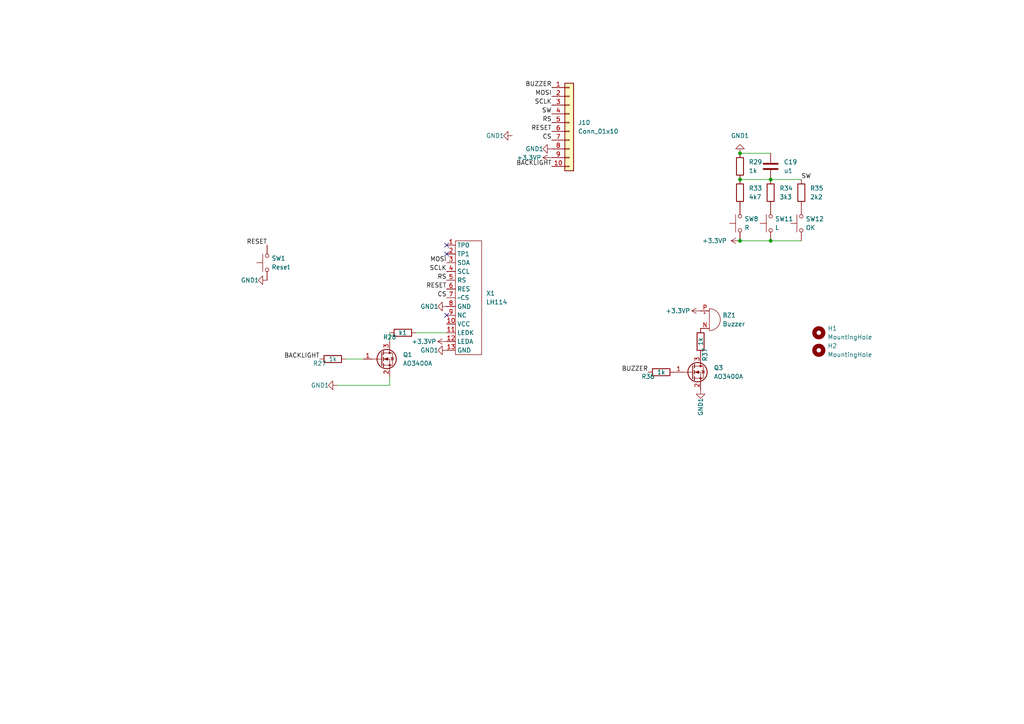
<source format=kicad_sch>
(kicad_sch (version 20211123) (generator eeschema)
  (paper "A4")
  (lib_symbols
    (symbol "Connector_Generic:Conn_01x10" (pin_names (offset 1.016) hide)
      (property "Reference" "J" (at 0 12.7 0))
      (property "Value" "Conn_01x10" (at 0 -15.24 0))
      (symbol "Conn_01x10_1_1"
        (rectangle (start -1.27 -12.573) (end 0 -12.827) (stroke (width 0.1524)))
        (rectangle (start -1.27 -10.033) (end 0 -10.287) (stroke (width 0.1524)))
        (rectangle (start -1.27 -7.493) (end 0 -7.747) (stroke (width 0.1524)))
        (rectangle (start -1.27 -4.953) (end 0 -5.207) (stroke (width 0.1524)))
        (rectangle (start -1.27 -2.413) (end 0 -2.667) (stroke (width 0.1524)))
        (rectangle (start -1.27 0.127) (end 0 -0.127) (stroke (width 0.1524)))
        (rectangle (start -1.27 2.667) (end 0 2.413) (stroke (width 0.1524)))
        (rectangle (start -1.27 5.207) (end 0 4.953) (stroke (width 0.1524)))
        (rectangle (start -1.27 7.747) (end 0 7.493) (stroke (width 0.1524)))
        (rectangle (start -1.27 10.287) (end 0 10.033) (stroke (width 0.1524)))
        (rectangle (start -1.27 11.43) (end 1.27 -13.97) (stroke (width 0.254)) (fill (type background)))
        (pin passive line (at -5.08 10.16 0) (length 3.81) (name "Pin_1") (number "1"))
        (pin passive line (at -5.08 -12.7 0) (length 3.81) (name "Pin_10") (number "10"))
        (pin passive line (at -5.08 7.62 0) (length 3.81) (name "Pin_2") (number "2"))
        (pin passive line (at -5.08 5.08 0) (length 3.81) (name "Pin_3") (number "3"))
        (pin passive line (at -5.08 2.54 0) (length 3.81) (name "Pin_4") (number "4"))
        (pin passive line (at -5.08 0 0) (length 3.81) (name "Pin_5") (number "5"))
        (pin passive line (at -5.08 -2.54 0) (length 3.81) (name "Pin_6") (number "6"))
        (pin passive line (at -5.08 -5.08 0) (length 3.81) (name "Pin_7") (number "7"))
        (pin passive line (at -5.08 -7.62 0) (length 3.81) (name "Pin_8") (number "8"))
        (pin passive line (at -5.08 -10.16 0) (length 3.81) (name "Pin_9") (number "9"))
      )
    )
    (symbol "Device:Buzzer" (pin_names (offset 0.0254) hide)
      (property "Reference" "BZ?" (at 3.81 1.2701 0))
      (property "Value" "Buzzer" (at 3.81 -1.2699 0))
      (symbol "Buzzer_0_1"
        (arc (start 0 -3.175) (mid 3.175 0) (end 0 3.175))
        (polyline (pts (xy -1.651 1.905) (xy -1.143 1.905)))
        (polyline (pts (xy -1.397 2.159) (xy -1.397 1.651)))
        (polyline (pts (xy 0 3.175) (xy 0 -3.175)))
      )
      (symbol "Buzzer_1_1"
        (pin passive line (at -2.54 -2.54 0) (length 2.54) (name "+") (number "N"))
        (pin passive line (at -2.54 2.54 0) (length 2.54) (name "-") (number "P"))
      )
    )
    (symbol "Device:C" (pin_numbers hide) (pin_names (offset 0.254))
      (property "Reference" "C" (at 0.635 2.54 0))
      (property "Value" "C" (at 0.635 -2.54 0))
      (symbol "C_0_1"
        (polyline (pts (xy -2.032 -0.762) (xy 2.032 -0.762)) (stroke (width 0.508)))
        (polyline (pts (xy -2.032 0.762) (xy 2.032 0.762)) (stroke (width 0.508)))
      )
      (symbol "C_1_1"
        (pin passive line (at 0 3.81 270) (length 2.794) (name "~") (number "1"))
        (pin passive line (at 0 -3.81 90) (length 2.794) (name "~") (number "2"))
      )
    )
    (symbol "Device:R" (pin_numbers hide) (pin_names (offset 0))
      (property "Reference" "R" (at 2.032 0 90))
      (property "Value" "R" (at 0 0 90))
      (symbol "R_0_1"
        (rectangle (start -1.016 -2.54) (end 1.016 2.54) (stroke (width 0.254)))
      )
      (symbol "R_1_1"
        (pin passive line (at 0 3.81 270) (length 1.27) (name "~") (number "1"))
        (pin passive line (at 0 -3.81 90) (length 1.27) (name "~") (number "2"))
      )
    )
    (symbol "Mechanical:MountingHole" (pin_names (offset 1.016))
      (property "Reference" "H" (at 0 5.08 0))
      (property "Value" "MountingHole" (at 0 3.175 0))
      (symbol "MountingHole_0_1"
        (circle (center 0 0) (radius 1.27) (stroke (width 1.27)))
      )
    )
    (symbol "Switch:SW_Push" (pin_numbers hide) (pin_names (offset 1.016) hide)
      (property "Reference" "SW" (at 1.27 2.54 0))
      (property "Value" "SW_Push" (at 0 -1.524 0))
      (symbol "SW_Push_0_1"
        (circle (center -2.032 0) (radius 0.508))
        (polyline (pts (xy 0 1.27) (xy 0 3.048)))
        (polyline (pts (xy 2.54 1.27) (xy -2.54 1.27)))
        (circle (center 2.032 0) (radius 0.508))
        (pin passive line (at -5.08 0 0) (length 2.54) (name "1") (number "1"))
        (pin passive line (at 5.08 0 180) (length 2.54) (name "2") (number "2"))
      )
    )
    (symbol "Transistor_FET:AO3400A" (pin_names hide)
      (property "Reference" "Q" (at 5.08 1.905 0))
      (property "Value" "AO3400A" (at 5.08 0 0))
      (symbol "AO3400A_0_1"
        (polyline (pts (xy 0.254 0) (xy -2.54 0)))
        (polyline (pts (xy 0.254 1.905) (xy 0.254 -1.905)) (stroke (width 0.254)))
        (polyline (pts (xy 0.762 -1.27) (xy 0.762 -2.286)) (stroke (width 0.254)))
        (polyline (pts (xy 0.762 0.508) (xy 0.762 -0.508)) (stroke (width 0.254)))
        (polyline (pts (xy 0.762 2.286) (xy 0.762 1.27)) (stroke (width 0.254)))
        (polyline (pts (xy 2.54 2.54) (xy 2.54 1.778)))
        (polyline (pts (xy 2.54 -2.54) (xy 2.54 0) (xy 0.762 0)))
        (polyline (pts (xy 0.762 -1.778) (xy 3.302 -1.778) (xy 3.302 1.778) (xy 0.762 1.778)))
        (polyline (pts (xy 1.016 0) (xy 2.032 0.381) (xy 2.032 -0.381) (xy 1.016 0)) (fill (type outline)))
        (polyline (pts (xy 2.794 0.508) (xy 2.921 0.381) (xy 3.683 0.381) (xy 3.81 0.254)))
        (polyline (pts (xy 3.302 0.381) (xy 2.921 -0.254) (xy 3.683 -0.254) (xy 3.302 0.381)))
        (circle (center 1.651 0) (radius 2.794) (stroke (width 0.254)))
        (circle (center 2.54 -1.778) (radius 0.254) (fill (type outline)))
        (circle (center 2.54 1.778) (radius 0.254) (fill (type outline)))
      )
      (symbol "AO3400A_1_1"
        (pin input line (at -5.08 0 0) (length 2.54) (name "G") (number "1"))
        (pin passive line (at 2.54 -5.08 90) (length 2.54) (name "S") (number "2"))
        (pin passive line (at 2.54 5.08 270) (length 2.54) (name "D") (number "3"))
      )
    )
    (symbol "liebler_OPTO:FP096H01B"
      (property "Reference" "X" (at -1.27 20.32 0))
      (property "Value" "FP096H01B" (at -1.27 17.78 0))
      (symbol "FP096H01B_0_1"
        (rectangle (start -3.81 16.51) (end 3.81 -16.51))
      )
      (symbol "FP096H01B_1_1"
        (pin input line (at -6.35 15.24 0) (length 2.54) (name "TP0") (number "1"))
        (pin power_in line (at -6.35 -7.62 0) (length 2.54) (name "VCC") (number "10"))
        (pin power_in line (at -6.35 -10.16 0) (length 2.54) (name "LEDK") (number "11"))
        (pin power_in line (at -6.35 -12.7 0) (length 2.54) (name "LEDA") (number "12"))
        (pin power_in line (at -6.35 -15.24 0) (length 2.54) (name "GND") (number "13"))
        (pin input line (at -6.35 12.7 0) (length 2.54) (name "TP1") (number "2"))
        (pin input line (at -6.35 10.16 0) (length 2.54) (name "SDA") (number "3"))
        (pin input line (at -6.35 7.62 0) (length 2.54) (name "SCL") (number "4"))
        (pin input line (at -6.35 5.08 0) (length 2.54) (name "RS") (number "5"))
        (pin input line (at -6.35 2.54 0) (length 2.54) (name "RES") (number "6"))
        (pin input line (at -6.35 0 0) (length 2.54) (name "~CS") (number "7"))
        (pin power_in line (at -6.35 -2.54 0) (length 2.54) (name "GND") (number "8"))
        (pin free line (at -6.35 -5.08 0) (length 2.54) (name "NC") (number "9"))
      )
    )
    (symbol "power:+3.3VP" (power) (pin_names (offset 0))
      (property "Value" "+3.3VP" (at 0 2.54 0))
      (symbol "+3.3VP_0_0"
        (pin power_in line (at 0 0 90) (length 0) hide (name "+3.3VP") (number "1"))
      )
      (symbol "+3.3VP_0_1"
        (polyline (pts (xy -0.762 1.27) (xy 0 2.54)))
        (polyline (pts (xy 0 0) (xy 0 2.54)))
        (polyline (pts (xy 0 2.54) (xy 0.762 1.27)))
      )
    )
    (symbol "power:GND1" (power) (pin_names (offset 0))
      (property "Value" "GND1" (at 0 -3.81 0))
      (symbol "GND1_0_1"
        (polyline (pts (xy 0 0) (xy 0 -1.27) (xy 1.27 -1.27) (xy 0 -2.54) (xy -1.27 -1.27) (xy 0 -1.27)))
      )
      (symbol "GND1_1_1"
        (pin power_in line (at 0 0 270) (length 0) hide (name "GND1") (number "1"))
      )
    )
  )
  (junction (at 214.63 44.45))
  (junction (at 223.52 69.85))
  (junction (at 214.63 69.85))
  (junction (at 214.63 52.07))
  (junction (at 223.52 52.07))
  (no_connect (at 129.54 91.44))
  (no_connect (at 129.54 71.12))
  (no_connect (at 129.54 73.66))
  (wire (pts (xy 97.79 111.76) (xy 113.03 111.76)))
  (wire (pts (xy 100.33 104.14) (xy 105.41 104.14)))
  (wire (pts (xy 223.52 69.85) (xy 232.41 69.85)))
  (wire (pts (xy 214.63 69.85) (xy 223.52 69.85)))
  (wire (pts (xy 113.03 109.22) (xy 113.03 111.76)))
  (wire (pts (xy 214.63 52.07) (xy 223.52 52.07)))
  (wire (pts (xy 113.03 99.06) (xy 113.03 96.52)))
  (wire (pts (xy 120.65 96.52) (xy 129.54 96.52)))
  (wire (pts (xy 223.52 52.07) (xy 232.41 52.07)))
  (wire (pts (xy 214.63 44.45) (xy 223.52 44.45)))
  (label "MOSI" (at 129.54 76.2 180))
  (label "RS" (at 129.54 81.28 180))
  (label "SW" (at 160.02 33.02 180))
  (label "BUZZER" (at 187.96 107.95 180))
  (label "BACKLIGHT" (at 92.71 104.14 180))
  (label "SCLK" (at 160.02 30.48 180))
  (label "MOSI" (at 160.02 27.94 180))
  (label "RESET" (at 160.02 38.1 180))
  (label "BACKLIGHT" (at 160.02 48.26 180))
  (label "RESET" (at 129.54 83.82 180))
  (label "SCLK" (at 129.54 78.74 180))
  (label "SW" (at 232.41 52.07 0))
  (label "CS" (at 129.54 86.36 180))
  (label "RS" (at 160.02 35.56 180))
  (label "CS" (at 160.02 40.64 180))
  (label "RESET" (at 77.47 71.12 180))
  (label "BUZZER" (at 160.02 25.4 180))
  (symbol (lib_id "power:GND1") (at 160.02 43.18 270) (unit 1)
    (property "Reference" "#PWR0120" (effects hide))
    (property "Value" "GND1" (at 152.4 43.18 90) (effects (justify left)))
  )
  (symbol (lib_id "liebler_OPTO:FP096H01B") (at 135.89 86.36 0) (unit 1)
    (property "Reference" "X1" (at 140.97 85.0899 0) (effects (justify left)))
    (property "Value" "LH114" (at 140.97 87.6299 0) (effects (justify left)))
    (property "Footprint" "liebler_OPTO:FP-114 13pol" (effects hide))
  )
  (symbol (lib_id "power:+3.3VP") (at 129.54 99.06 90) (unit 1)
    (property "Reference" "#PWR050" (effects hide))
    (property "Value" "+3.3VP" (at 119.38 99.06 90) (effects (justify right)))
  )
  (symbol (lib_id "Mechanical:MountingHole") (at 237.49 96.52 0) (unit 1)
    (property "Reference" "H1" (at 240.03 95.2499 0) (effects (justify left)))
    (property "Value" "MountingHole" (at 240.03 97.7899 0) (effects (justify left)))
    (property "Footprint" "MountingHole:MountingHole_2mm" (effects hide))
  )
  (symbol (lib_id "Device:R") (at 116.84 96.52 90) (unit 1)
    (property "Reference" "R28" (at 113.03 97.79 90))
    (property "Value" "k1" (at 116.84 96.52 90))
    (property "Footprint" "Resistor_SMD:R_0603_1608Metric" (effects hide))
  )
  (symbol (lib_id "power:GND1") (at 148.59 39.37 270) (unit 1)
    (property "Reference" "#PWR0119" (effects hide))
    (property "Value" "GND1" (at 140.97 39.37 90) (effects (justify left)))
  )
  (symbol (lib_id "Device:R") (at 214.63 48.26 0) (unit 1)
    (property "Reference" "R29" (at 217.17 46.9899 0) (effects (justify left)))
    (property "Value" "1k" (at 217.17 49.5299 0) (effects (justify left)))
    (property "Footprint" "Resistor_SMD:R_0603_1608Metric" (effects hide))
  )
  (symbol (lib_id "Mechanical:MountingHole") (at 237.49 101.6 0) (unit 1)
    (property "Reference" "H2" (at 240.03 100.3299 0) (effects (justify left)))
    (property "Value" "MountingHole" (at 240.03 102.8699 0) (effects (justify left)))
    (property "Footprint" "MountingHole:MountingHole_2mm" (effects hide))
  )
  (symbol (lib_id "Device:Buzzer") (at 205.74 92.71 0) (unit 1)
    (property "Reference" "BZ1" (at 209.55 91.4399 0) (effects (justify left)))
    (property "Value" "Buzzer" (at 209.55 93.9799 0) (effects (justify left)))
    (property "Footprint" "liebler_MECH:XDCR_CMT-7525-80-SMT-TR" (effects hide))
  )
  (symbol (lib_id "Switch:SW_Push") (at 214.63 64.77 90) (unit 1)
    (property "Reference" "SW8" (at 215.9 63.4999 90) (effects (justify right)))
    (property "Value" "R" (at 215.9 66.0399 90) (effects (justify right)))
    (property "Footprint" "liebler_MECH:Button_SMD_4,5x4,5" (effects hide))
  )
  (symbol (lib_id "power:+3.3VP") (at 203.2 90.17 90) (unit 1)
    (property "Reference" "#PWR0122" (effects hide))
    (property "Value" "+3.3VP" (at 193.04 90.17 90) (effects (justify right)))
  )
  (symbol (lib_id "Switch:SW_Push") (at 223.52 64.77 90) (unit 1)
    (property "Reference" "SW11" (at 224.79 63.4999 90) (effects (justify right)))
    (property "Value" "L" (at 224.79 66.0399 90) (effects (justify right)))
    (property "Footprint" "liebler_MECH:Button_SMD_4,5x4,5" (effects hide))
  )
  (symbol (lib_id "power:GND1") (at 214.63 44.45 180) (unit 1)
    (property "Reference" "#PWR052" (effects hide))
    (property "Value" "GND1" (at 214.63 39.37 0))
  )
  (symbol (lib_id "power:GND1") (at 129.54 88.9 270) (unit 1)
    (property "Reference" "#PWR049" (effects hide))
    (property "Value" "GND1" (at 121.92 88.9 90) (effects (justify left)))
  )
  (symbol (lib_id "Transistor_FET:AO3400A") (at 110.49 104.14 0) (unit 1)
    (property "Reference" "Q1" (at 116.84 102.8699 0) (effects (justify left)))
    (property "Value" "AO3400A" (at 116.84 105.4099 0) (effects (justify left)))
    (property "Footprint" "Package_TO_SOT_SMD:SOT-23" (effects hide))
    (property "Datasheet" "http://www.aosmd.com/pdfs/datasheet/AO3400A.pdf" (effects hide))
  )
  (symbol (lib_id "Device:R") (at 203.2 99.06 180) (unit 1)
    (property "Reference" "R37" (at 204.47 102.87 90))
    (property "Value" "1k" (at 203.2 99.06 90))
    (property "Footprint" "Resistor_SMD:R_0603_1608Metric" (effects hide))
  )
  (symbol (lib_id "Transistor_FET:AO3400A") (at 200.66 107.95 0) (unit 1)
    (property "Reference" "Q3" (at 207.01 106.6799 0) (effects (justify left)))
    (property "Value" "AO3400A" (at 207.01 109.2199 0) (effects (justify left)))
    (property "Footprint" "Package_TO_SOT_SMD:SOT-23" (effects hide))
    (property "Datasheet" "http://www.aosmd.com/pdfs/datasheet/AO3400A.pdf" (effects hide))
  )
  (symbol (lib_id "power:GND1") (at 203.2 113.03 0) (unit 1)
    (property "Reference" "#PWR0123" (effects hide))
    (property "Value" "GND1" (at 203.2 120.65 90) (effects (justify left)))
  )
  (symbol (lib_id "Device:R") (at 223.52 55.88 0) (unit 1)
    (property "Reference" "R34" (at 226.06 54.6099 0) (effects (justify left)))
    (property "Value" "3k3" (at 226.06 57.1499 0) (effects (justify left)))
    (property "Footprint" "Resistor_SMD:R_0603_1608Metric" (effects hide))
  )
  (symbol (lib_id "Switch:SW_Push") (at 232.41 64.77 90) (unit 1)
    (property "Reference" "SW12" (at 233.68 63.4999 90) (effects (justify right)))
    (property "Value" "OK" (at 233.68 66.0399 90) (effects (justify right)))
    (property "Footprint" "liebler_MECH:Button_SMD_4,5x4,5" (effects hide))
  )
  (symbol (lib_id "power:+3.3VP") (at 214.63 69.85 90) (unit 1)
    (property "Reference" "#PWR053" (effects hide))
    (property "Value" "+3.3VP" (at 210.82 69.8499 90) (effects (justify left)))
  )
  (symbol (lib_id "Device:R") (at 96.52 104.14 90) (unit 1)
    (property "Reference" "R27" (at 92.71 105.41 90))
    (property "Value" "1k" (at 96.52 104.14 90))
    (property "Footprint" "Resistor_SMD:R_0603_1608Metric" (effects hide))
  )
  (symbol (lib_id "power:+3.3VP") (at 160.02 45.72 90) (unit 1)
    (property "Reference" "#PWR0121" (effects hide))
    (property "Value" "+3.3VP" (at 149.86 45.72 90) (effects (justify right)))
  )
  (symbol (lib_id "Device:R") (at 214.63 55.88 0) (unit 1)
    (property "Reference" "R33" (at 217.17 54.6099 0) (effects (justify left)))
    (property "Value" "4k7" (at 217.17 57.1499 0) (effects (justify left)))
    (property "Footprint" "Resistor_SMD:R_0603_1608Metric" (effects hide))
  )
  (symbol (lib_id "Device:C") (at 223.52 48.26 0) (unit 1)
    (property "Reference" "C19" (at 227.33 46.9899 0) (effects (justify left)))
    (property "Value" "u1" (at 227.33 49.5299 0) (effects (justify left)))
    (property "Footprint" "Capacitor_SMD:C_0603_1608Metric" (effects hide))
  )
  (symbol (lib_id "power:GND1") (at 77.47 81.28 270) (unit 1)
    (property "Reference" "#PWR054" (effects hide))
    (property "Value" "GND1" (at 69.85 81.28 90) (effects (justify left)))
  )
  (symbol (lib_id "Device:R") (at 191.77 107.95 90) (unit 1)
    (property "Reference" "R36" (at 187.96 109.22 90))
    (property "Value" "1k" (at 191.77 107.95 90))
    (property "Footprint" "Resistor_SMD:R_0603_1608Metric" (effects hide))
  )
  (symbol (lib_id "Connector_Generic:Conn_01x10") (at 165.1 35.56 0) (unit 1)
    (property "Reference" "J10" (at 167.64 35.5599 0) (effects (justify left)))
    (property "Value" "Conn_01x10" (at 167.64 38.0999 0) (effects (justify left)))
    (property "Footprint" "Connector_FFC-FPC:Hirose_FH12-10S-0.5SH_1x10-1MP_P0.50mm_Horizontal" (effects hide))
  )
  (symbol (lib_id "power:GND1") (at 97.79 111.76 270) (unit 1)
    (property "Reference" "#PWR048" (effects hide))
    (property "Value" "GND1" (at 90.17 111.76 90) (effects (justify left)))
  )
  (symbol (lib_id "power:GND1") (at 129.54 101.6 270) (unit 1)
    (property "Reference" "#PWR051" (effects hide))
    (property "Value" "GND1" (at 121.92 101.6 90) (effects (justify left)))
  )
  (symbol (lib_id "Device:R") (at 232.41 55.88 0) (unit 1)
    (property "Reference" "R35" (at 234.95 54.6099 0) (effects (justify left)))
    (property "Value" "2k2" (at 234.95 57.1499 0) (effects (justify left)))
    (property "Footprint" "Resistor_SMD:R_0603_1608Metric" (effects hide))
  )
  (symbol (lib_id "Switch:SW_Push") (at 77.47 76.2 90) (mirror x) (unit 1)
    (property "Reference" "SW1" (at 78.74 74.9299 90) (effects (justify right)))
    (property "Value" "Reset" (at 78.74 77.4699 90) (effects (justify right)))
    (property "Footprint" "liebler_MECH:Button_2x4x3,5_handsolder" (effects hide))
  )
)
</source>
